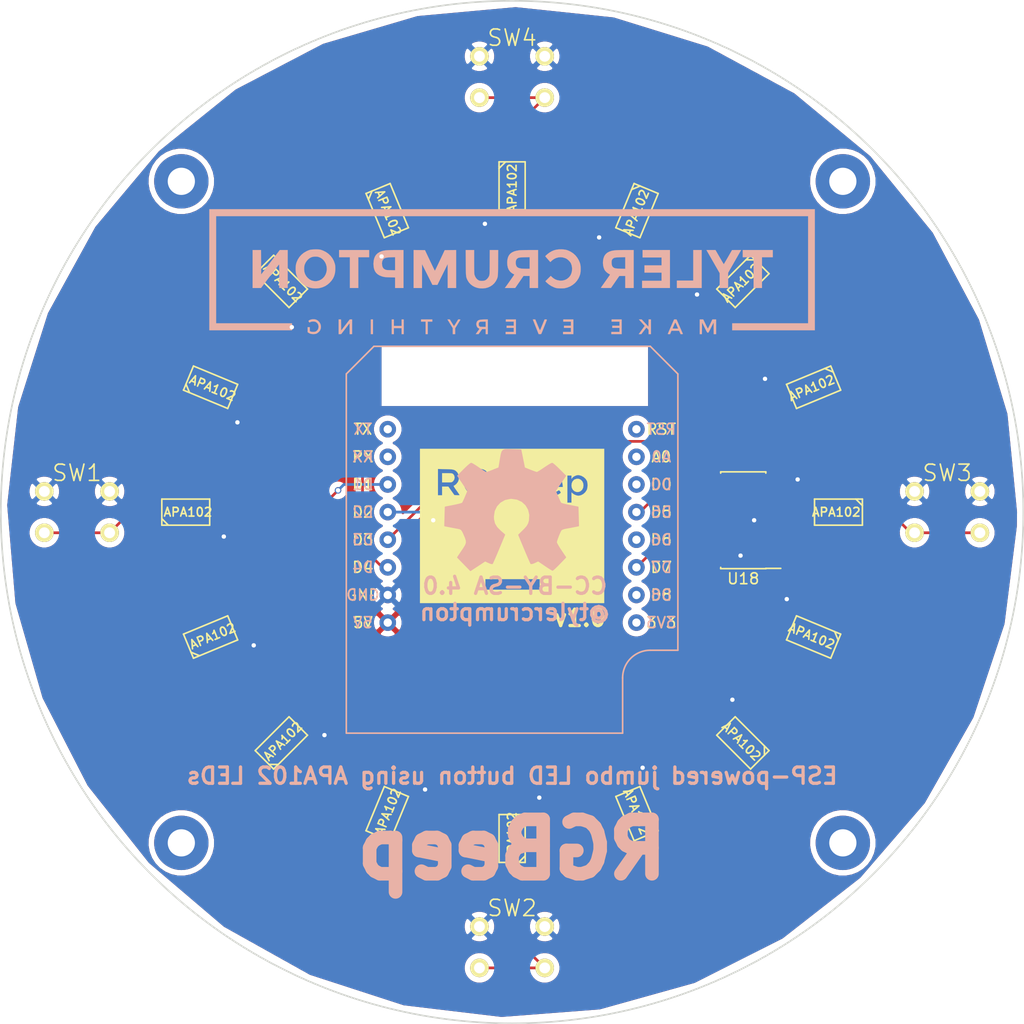
<source format=kicad_pcb>
(kicad_pcb (version 4) (host pcbnew 4.0.3-stable)
  (layers (0 F.Cu signal hide) (31 B.Cu signal hide) (34 B.Paste user) (35 F.Paste user) (36 B.SilkS user) (37 F.SilkS user hide) (38 B.Mask user) (39 F.Mask user) (44 Edge.Cuts user))
  (net 0 "")
  (net 1 GND)
  (net 2 "Net-(U1-Pad5)")
  (net 3 "Net-(U1-Pad6)")
  (net 4 "Net-(U2-Pad5)")
  (net 5 "Net-(U2-Pad6)")
  (net 6 "Net-(U3-Pad5)")
  (net 7 "Net-(U3-Pad6)")
  (net 8 "Net-(U4-Pad5)")
  (net 9 "Net-(U4-Pad6)")
  (net 10 "Net-(U5-Pad5)")
  (net 11 "Net-(U5-Pad6)")
  (net 12 "Net-(U6-Pad5)")
  (net 13 "Net-(U6-Pad6)")
  (net 14 "Net-(U7-Pad5)")
  (net 15 "Net-(U7-Pad6)")
  (net 16 "Net-(U8-Pad5)")
  (net 17 "Net-(U8-Pad6)")
  (net 18 "Net-(U10-Pad2)")
  (net 19 "Net-(U10-Pad1)")
  (net 20 "Net-(U10-Pad5)")
  (net 21 "Net-(U10-Pad6)")
  (net 22 "Net-(U11-Pad5)")
  (net 23 "Net-(U11-Pad6)")
  (net 24 "Net-(U12-Pad5)")
  (net 25 "Net-(U12-Pad6)")
  (net 26 "Net-(U13-Pad5)")
  (net 27 "Net-(U13-Pad6)")
  (net 28 "Net-(U14-Pad5)")
  (net 29 "Net-(U14-Pad6)")
  (net 30 "Net-(U15-Pad5)")
  (net 31 "Net-(U15-Pad6)")
  (net 32 D1)
  (net 33 D2)
  (net 34 D3)
  (net 35 D4)
  (net 36 5V)
  (net 37 CLK_5v)
  (net 38 MOSI_5v)
  (net 39 CLK_3v3)
  (net 40 MOSI_3v3)
  (module CrumpPrints:APA102 (layer F.Cu) (at 178.5011 105.0036 180)
    (fp_text reference U1 hide)
    (fp_text value APA102 (at 0.2 0 180) (layer F.SilkS) (effects (font (size 0.8 0.8))))
    (pad 3 smd rect (at 1.6 2.2 270) (size 1.4 1.4) (layers F.Cu F.Paste F.Mask) (net 1 GND))
    (pad 4 smd rect (at 1.6 -2.2 270) (size 1.4 1.4) (layers F.Cu F.Paste F.Mask) (net 36 5V))
    (pad 5 smd rect (at 0 -2.2 270) (size 1.4 1.3) (layers F.Cu F.Paste F.Mask) (net 2 "Net-(U1-Pad5)"))
    (pad 2 smd rect (at 0 2.2 270) (size 1.4 1.3) (layers F.Cu F.Paste F.Mask) (net 37 CLK_5v))
    (pad 1 smd rect (at -1.6 2.2 270) (size 1.4 1.4) (layers F.Cu F.Paste F.Mask) (net 38 MOSI_5v))
    (pad 6 smd rect (at -1.6 -2.2 270) (size 1.4 1.4) (layers F.Cu F.Paste F.Mask) (net 3 "Net-(U1-Pad6)"))
  )
  (module CrumpPrints:APA102 (layer F.Cu) (at 176.217485 116.484102 157.5)
    (fp_text reference U2 hide)
    (fp_text value APA102 (at 0.2 0 157.5) (layer F.SilkS) (effects (font (size 0.8 0.8))))
    (pad 3 smd rect (at 1.6 2.2 247.5) (size 1.4 1.4) (layers F.Cu F.Paste F.Mask) (net 1 GND))
    (pad 4 smd rect (at 1.6 -2.2 247.5) (size 1.4 1.4) (layers F.Cu F.Paste F.Mask) (net 36 5V))
    (pad 5 smd rect (at 0 -2.2 247.5) (size 1.4 1.3) (layers F.Cu F.Paste F.Mask) (net 4 "Net-(U2-Pad5)"))
    (pad 2 smd rect (at 0 2.2 247.5) (size 1.4 1.3) (layers F.Cu F.Paste F.Mask) (net 2 "Net-(U1-Pad5)"))
    (pad 1 smd rect (at -1.6 2.2 247.5) (size 1.4 1.4) (layers F.Cu F.Paste F.Mask) (net 3 "Net-(U1-Pad6)"))
    (pad 6 smd rect (at -1.6 -2.2 247.5) (size 1.4 1.4) (layers F.Cu F.Paste F.Mask) (net 5 "Net-(U2-Pad6)"))
  )
  (module CrumpPrints:APA102 (layer F.Cu) (at 169.714303 126.216803 135)
    (fp_text reference U3 hide)
    (fp_text value APA102 (at 0.2 0 135) (layer F.SilkS) (effects (font (size 0.8 0.8))))
    (pad 3 smd rect (at 1.6 2.2 225) (size 1.4 1.4) (layers F.Cu F.Paste F.Mask) (net 1 GND))
    (pad 4 smd rect (at 1.6 -2.2 225) (size 1.4 1.4) (layers F.Cu F.Paste F.Mask) (net 36 5V))
    (pad 5 smd rect (at 0 -2.2 225) (size 1.4 1.3) (layers F.Cu F.Paste F.Mask) (net 6 "Net-(U3-Pad5)"))
    (pad 2 smd rect (at 0 2.2 225) (size 1.4 1.3) (layers F.Cu F.Paste F.Mask) (net 4 "Net-(U2-Pad5)"))
    (pad 1 smd rect (at -1.6 2.2 225) (size 1.4 1.4) (layers F.Cu F.Paste F.Mask) (net 5 "Net-(U2-Pad6)"))
    (pad 6 smd rect (at -1.6 -2.2 225) (size 1.4 1.4) (layers F.Cu F.Paste F.Mask) (net 7 "Net-(U3-Pad6)"))
  )
  (module CrumpPrints:APA102 (layer F.Cu) (at 159.981602 132.719985 112.5)
    (fp_text reference U4 hide)
    (fp_text value APA102 (at 0.2 0 112.5) (layer F.SilkS) (effects (font (size 0.8 0.8))))
    (pad 3 smd rect (at 1.6 2.2 202.5) (size 1.4 1.4) (layers F.Cu F.Paste F.Mask) (net 1 GND))
    (pad 4 smd rect (at 1.6 -2.2 202.5) (size 1.4 1.4) (layers F.Cu F.Paste F.Mask) (net 36 5V))
    (pad 5 smd rect (at 0 -2.2 202.5) (size 1.4 1.3) (layers F.Cu F.Paste F.Mask) (net 8 "Net-(U4-Pad5)"))
    (pad 2 smd rect (at 0 2.2 202.5) (size 1.4 1.3) (layers F.Cu F.Paste F.Mask) (net 6 "Net-(U3-Pad5)"))
    (pad 1 smd rect (at -1.6 2.2 202.5) (size 1.4 1.4) (layers F.Cu F.Paste F.Mask) (net 7 "Net-(U3-Pad6)"))
    (pad 6 smd rect (at -1.6 -2.2 202.5) (size 1.4 1.4) (layers F.Cu F.Paste F.Mask) (net 9 "Net-(U4-Pad6)"))
  )
  (module CrumpPrints:APA102 (layer F.Cu) (at 148.5011 135.0036 90)
    (fp_text reference U5 hide)
    (fp_text value APA102 (at 0.2 0 90) (layer F.SilkS) (effects (font (size 0.8 0.8))))
    (pad 3 smd rect (at 1.6 2.2 180) (size 1.4 1.4) (layers F.Cu F.Paste F.Mask) (net 1 GND))
    (pad 4 smd rect (at 1.6 -2.2 180) (size 1.4 1.4) (layers F.Cu F.Paste F.Mask) (net 36 5V))
    (pad 5 smd rect (at 0 -2.2 180) (size 1.4 1.3) (layers F.Cu F.Paste F.Mask) (net 10 "Net-(U5-Pad5)"))
    (pad 2 smd rect (at 0 2.2 180) (size 1.4 1.3) (layers F.Cu F.Paste F.Mask) (net 8 "Net-(U4-Pad5)"))
    (pad 1 smd rect (at -1.6 2.2 180) (size 1.4 1.4) (layers F.Cu F.Paste F.Mask) (net 9 "Net-(U4-Pad6)"))
    (pad 6 smd rect (at -1.6 -2.2 180) (size 1.4 1.4) (layers F.Cu F.Paste F.Mask) (net 11 "Net-(U5-Pad6)"))
  )
  (module CrumpPrints:APA102 (layer F.Cu) (at 137.020598 132.719985 67.5)
    (fp_text reference U6 hide)
    (fp_text value APA102 (at 0.2 0 67.5) (layer F.SilkS) (effects (font (size 0.8 0.8))))
    (pad 3 smd rect (at 1.6 2.2 157.5) (size 1.4 1.4) (layers F.Cu F.Paste F.Mask) (net 1 GND))
    (pad 4 smd rect (at 1.6 -2.2 157.5) (size 1.4 1.4) (layers F.Cu F.Paste F.Mask) (net 36 5V))
    (pad 5 smd rect (at 0 -2.2 157.5) (size 1.4 1.3) (layers F.Cu F.Paste F.Mask) (net 12 "Net-(U6-Pad5)"))
    (pad 2 smd rect (at 0 2.2 157.5) (size 1.4 1.3) (layers F.Cu F.Paste F.Mask) (net 10 "Net-(U5-Pad5)"))
    (pad 1 smd rect (at -1.6 2.2 157.5) (size 1.4 1.4) (layers F.Cu F.Paste F.Mask) (net 11 "Net-(U5-Pad6)"))
    (pad 6 smd rect (at -1.6 -2.2 157.5) (size 1.4 1.4) (layers F.Cu F.Paste F.Mask) (net 13 "Net-(U6-Pad6)"))
  )
  (module CrumpPrints:APA102 (layer F.Cu) (at 127.287897 126.216803 45)
    (fp_text reference U7 hide)
    (fp_text value APA102 (at 0.2 0 45) (layer F.SilkS) (effects (font (size 0.8 0.8))))
    (pad 3 smd rect (at 1.6 2.2 135) (size 1.4 1.4) (layers F.Cu F.Paste F.Mask) (net 1 GND))
    (pad 4 smd rect (at 1.6 -2.2 135) (size 1.4 1.4) (layers F.Cu F.Paste F.Mask) (net 36 5V))
    (pad 5 smd rect (at 0 -2.2 135) (size 1.4 1.3) (layers F.Cu F.Paste F.Mask) (net 14 "Net-(U7-Pad5)"))
    (pad 2 smd rect (at 0 2.2 135) (size 1.4 1.3) (layers F.Cu F.Paste F.Mask) (net 12 "Net-(U6-Pad5)"))
    (pad 1 smd rect (at -1.6 2.2 135) (size 1.4 1.4) (layers F.Cu F.Paste F.Mask) (net 13 "Net-(U6-Pad6)"))
    (pad 6 smd rect (at -1.6 -2.2 135) (size 1.4 1.4) (layers F.Cu F.Paste F.Mask) (net 15 "Net-(U7-Pad6)"))
  )
  (module CrumpPrints:APA102 (layer F.Cu) (at 120.784715 116.484102 22.5)
    (fp_text reference U8 hide)
    (fp_text value APA102 (at 0.2 0 22.5) (layer F.SilkS) (effects (font (size 0.8 0.8))))
    (pad 3 smd rect (at 1.6 2.2 112.5) (size 1.4 1.4) (layers F.Cu F.Paste F.Mask) (net 1 GND))
    (pad 4 smd rect (at 1.6 -2.2 112.5) (size 1.4 1.4) (layers F.Cu F.Paste F.Mask) (net 36 5V))
    (pad 5 smd rect (at 0 -2.2 112.5) (size 1.4 1.3) (layers F.Cu F.Paste F.Mask) (net 16 "Net-(U8-Pad5)"))
    (pad 2 smd rect (at 0 2.2 112.5) (size 1.4 1.3) (layers F.Cu F.Paste F.Mask) (net 14 "Net-(U7-Pad5)"))
    (pad 1 smd rect (at -1.6 2.2 112.5) (size 1.4 1.4) (layers F.Cu F.Paste F.Mask) (net 15 "Net-(U7-Pad6)"))
    (pad 6 smd rect (at -1.6 -2.2 112.5) (size 1.4 1.4) (layers F.Cu F.Paste F.Mask) (net 17 "Net-(U8-Pad6)"))
  )
  (module CrumpPrints:APA102 (layer F.Cu) (at 118.5011 105.0036)
    (fp_text reference U9 hide)
    (fp_text value APA102 (at 0.2 0) (layer F.SilkS) (effects (font (size 0.8 0.8))))
    (pad 3 smd rect (at 1.6 2.2 90) (size 1.4 1.4) (layers F.Cu F.Paste F.Mask) (net 1 GND))
    (pad 4 smd rect (at 1.6 -2.2 90) (size 1.4 1.4) (layers F.Cu F.Paste F.Mask) (net 36 5V))
    (pad 5 smd rect (at 0 -2.2 90) (size 1.4 1.3) (layers F.Cu F.Paste F.Mask) (net 18 "Net-(U10-Pad2)"))
    (pad 2 smd rect (at 0 2.2 90) (size 1.4 1.3) (layers F.Cu F.Paste F.Mask) (net 16 "Net-(U8-Pad5)"))
    (pad 1 smd rect (at -1.6 2.2 90) (size 1.4 1.4) (layers F.Cu F.Paste F.Mask) (net 17 "Net-(U8-Pad6)"))
    (pad 6 smd rect (at -1.6 -2.2 90) (size 1.4 1.4) (layers F.Cu F.Paste F.Mask) (net 19 "Net-(U10-Pad1)"))
  )
  (module CrumpPrints:APA102 (layer F.Cu) (at 120.784715 93.523098 337.5)
    (fp_text reference U10 hide)
    (fp_text value APA102 (at 0.2 0 337.5) (layer F.SilkS) (effects (font (size 0.8 0.8))))
    (pad 3 smd rect (at 1.6 2.2 67.5) (size 1.4 1.4) (layers F.Cu F.Paste F.Mask) (net 1 GND))
    (pad 4 smd rect (at 1.6 -2.2 67.5) (size 1.4 1.4) (layers F.Cu F.Paste F.Mask) (net 36 5V))
    (pad 5 smd rect (at 0 -2.2 67.5) (size 1.4 1.3) (layers F.Cu F.Paste F.Mask) (net 20 "Net-(U10-Pad5)"))
    (pad 2 smd rect (at 0 2.2 67.5) (size 1.4 1.3) (layers F.Cu F.Paste F.Mask) (net 18 "Net-(U10-Pad2)"))
    (pad 1 smd rect (at -1.6 2.2 67.5) (size 1.4 1.4) (layers F.Cu F.Paste F.Mask) (net 19 "Net-(U10-Pad1)"))
    (pad 6 smd rect (at -1.6 -2.2 67.5) (size 1.4 1.4) (layers F.Cu F.Paste F.Mask) (net 21 "Net-(U10-Pad6)"))
  )
  (module CrumpPrints:APA102 (layer F.Cu) (at 127.287897 83.790397 315)
    (fp_text reference U11 hide)
    (fp_text value APA102 (at 0.2 0 315) (layer F.SilkS) (effects (font (size 0.8 0.8))))
    (pad 3 smd rect (at 1.6 2.2 45) (size 1.4 1.4) (layers F.Cu F.Paste F.Mask) (net 1 GND))
    (pad 4 smd rect (at 1.6 -2.2 45) (size 1.4 1.4) (layers F.Cu F.Paste F.Mask) (net 36 5V))
    (pad 5 smd rect (at 0 -2.2 45) (size 1.4 1.3) (layers F.Cu F.Paste F.Mask) (net 22 "Net-(U11-Pad5)"))
    (pad 2 smd rect (at 0 2.2 45) (size 1.4 1.3) (layers F.Cu F.Paste F.Mask) (net 20 "Net-(U10-Pad5)"))
    (pad 1 smd rect (at -1.6 2.2 45) (size 1.4 1.4) (layers F.Cu F.Paste F.Mask) (net 21 "Net-(U10-Pad6)"))
    (pad 6 smd rect (at -1.6 -2.2 45) (size 1.4 1.4) (layers F.Cu F.Paste F.Mask) (net 23 "Net-(U11-Pad6)"))
  )
  (module CrumpPrints:APA102 (layer F.Cu) (at 137.020598 77.287215 292.5)
    (fp_text reference U12 hide)
    (fp_text value APA102 (at 0.2 0 292.5) (layer F.SilkS) (effects (font (size 0.8 0.8))))
    (pad 3 smd rect (at 1.6 2.2 22.5) (size 1.4 1.4) (layers F.Cu F.Paste F.Mask) (net 1 GND))
    (pad 4 smd rect (at 1.6 -2.2 22.5) (size 1.4 1.4) (layers F.Cu F.Paste F.Mask) (net 36 5V))
    (pad 5 smd rect (at 0 -2.2 22.5) (size 1.4 1.3) (layers F.Cu F.Paste F.Mask) (net 24 "Net-(U12-Pad5)"))
    (pad 2 smd rect (at 0 2.2 22.5) (size 1.4 1.3) (layers F.Cu F.Paste F.Mask) (net 22 "Net-(U11-Pad5)"))
    (pad 1 smd rect (at -1.6 2.2 22.5) (size 1.4 1.4) (layers F.Cu F.Paste F.Mask) (net 23 "Net-(U11-Pad6)"))
    (pad 6 smd rect (at -1.6 -2.2 22.5) (size 1.4 1.4) (layers F.Cu F.Paste F.Mask) (net 25 "Net-(U12-Pad6)"))
  )
  (module CrumpPrints:APA102 (layer F.Cu) (at 148.5011 75.0036 270)
    (fp_text reference U13 hide)
    (fp_text value APA102 (at 0.2 0 270) (layer F.SilkS) (effects (font (size 0.8 0.8))))
    (pad 3 smd rect (at 1.6 2.2) (size 1.4 1.4) (layers F.Cu F.Paste F.Mask) (net 1 GND))
    (pad 4 smd rect (at 1.6 -2.2) (size 1.4 1.4) (layers F.Cu F.Paste F.Mask) (net 36 5V))
    (pad 5 smd rect (at 0 -2.2) (size 1.4 1.3) (layers F.Cu F.Paste F.Mask) (net 26 "Net-(U13-Pad5)"))
    (pad 2 smd rect (at 0 2.2) (size 1.4 1.3) (layers F.Cu F.Paste F.Mask) (net 24 "Net-(U12-Pad5)"))
    (pad 1 smd rect (at -1.6 2.2) (size 1.4 1.4) (layers F.Cu F.Paste F.Mask) (net 25 "Net-(U12-Pad6)"))
    (pad 6 smd rect (at -1.6 -2.2) (size 1.4 1.4) (layers F.Cu F.Paste F.Mask) (net 27 "Net-(U13-Pad6)"))
  )
  (module CrumpPrints:APA102 (layer F.Cu) (at 159.981602 77.287215 247.5)
    (fp_text reference U14 hide)
    (fp_text value APA102 (at 0.2 0 247.5) (layer F.SilkS) (effects (font (size 0.8 0.8))))
    (pad 3 smd rect (at 1.6 2.2 337.5) (size 1.4 1.4) (layers F.Cu F.Paste F.Mask) (net 1 GND))
    (pad 4 smd rect (at 1.6 -2.2 337.5) (size 1.4 1.4) (layers F.Cu F.Paste F.Mask) (net 36 5V))
    (pad 5 smd rect (at 0 -2.2 337.5) (size 1.4 1.3) (layers F.Cu F.Paste F.Mask) (net 28 "Net-(U14-Pad5)"))
    (pad 2 smd rect (at 0 2.2 337.5) (size 1.4 1.3) (layers F.Cu F.Paste F.Mask) (net 26 "Net-(U13-Pad5)"))
    (pad 1 smd rect (at -1.6 2.2 337.5) (size 1.4 1.4) (layers F.Cu F.Paste F.Mask) (net 27 "Net-(U13-Pad6)"))
    (pad 6 smd rect (at -1.6 -2.2 337.5) (size 1.4 1.4) (layers F.Cu F.Paste F.Mask) (net 29 "Net-(U14-Pad6)"))
  )
  (module CrumpPrints:APA102 (layer F.Cu) (at 169.714303 83.790397 225)
    (fp_text reference U15 hide)
    (fp_text value APA102 (at 0.2 0 225) (layer F.SilkS) (effects (font (size 0.8 0.8))))
    (pad 3 smd rect (at 1.6 2.2 315) (size 1.4 1.4) (layers F.Cu F.Paste F.Mask) (net 1 GND))
    (pad 4 smd rect (at 1.6 -2.2 315) (size 1.4 1.4) (layers F.Cu F.Paste F.Mask) (net 36 5V))
    (pad 5 smd rect (at 0 -2.2 315) (size 1.4 1.3) (layers F.Cu F.Paste F.Mask) (net 30 "Net-(U15-Pad5)"))
    (pad 2 smd rect (at 0 2.2 315) (size 1.4 1.3) (layers F.Cu F.Paste F.Mask) (net 28 "Net-(U14-Pad5)"))
    (pad 1 smd rect (at -1.6 2.2 315) (size 1.4 1.4) (layers F.Cu F.Paste F.Mask) (net 29 "Net-(U14-Pad6)"))
    (pad 6 smd rect (at -1.6 -2.2 315) (size 1.4 1.4) (layers F.Cu F.Paste F.Mask) (net 31 "Net-(U15-Pad6)"))
  )
  (module CrumpPrints:APA102 (layer F.Cu) (at 176.217485 93.523098 202.5)
    (fp_text reference U16 hide)
    (fp_text value APA102 (at 0.2 0 202.5) (layer F.SilkS) (effects (font (size 0.8 0.8))))
    (pad 3 smd rect (at 1.6 2.2 292.5) (size 1.4 1.4) (layers F.Cu F.Paste F.Mask) (net 1 GND))
    (pad 4 smd rect (at 1.6 -2.2 292.5) (size 1.4 1.4) (layers F.Cu F.Paste F.Mask) (net 36 5V))
    (pad 5 smd rect (at 0 -2.2 292.5) (size 1.4 1.3) (layers F.Cu F.Paste F.Mask))
    (pad 2 smd rect (at 0 2.2 292.5) (size 1.4 1.3) (layers F.Cu F.Paste F.Mask) (net 30 "Net-(U15-Pad5)"))
    (pad 1 smd rect (at -1.6 2.2 292.5) (size 1.4 1.4) (layers F.Cu F.Paste F.Mask) (net 31 "Net-(U15-Pad6)"))
    (pad 6 smd rect (at -1.6 -2.2 292.5) (size 1.4 1.4) (layers F.Cu F.Paste F.Mask))
  )
  (module CrumpPrints:6x6mm_pushbutton (layer F.Cu) (at 108.5 105 180)
    (fp_text reference SW1 (at 0 3.6 180) (layer F.SilkS) (effects (font (size 1.5 1.5))))
    (fp_text value SW_PUSH hide)
    (pad 2 thru_hole circle (at 3 1.9 180) (size 1.7 1.7) (drill 1) (layers *.Cu *.Mask F.SilkS) (net 1 GND))
    (pad 2 thru_hole circle (at -3 1.9 180) (size 1.7 1.7) (drill 1) (layers *.Cu *.Mask F.SilkS) (net 1 GND))
    (pad 1 thru_hole circle (at -3 -1.9 180) (size 1.7 1.7) (drill 1) (layers *.Cu *.Mask F.SilkS) (net 32 D1))
    (pad 1 thru_hole circle (at 3 -1.9 180) (size 1.7 1.7) (drill 1) (layers *.Cu *.Mask F.SilkS) (net 32 D1))
  )
  (module CrumpPrints:6x6mm_pushbutton (layer F.Cu) (at 148.5 145 180)
    (fp_text reference SW2 (at 0 3.6 180) (layer F.SilkS) (effects (font (size 1.5 1.5))))
    (fp_text value SW_PUSH hide)
    (pad 2 thru_hole circle (at 3 1.9 180) (size 1.7 1.7) (drill 1) (layers *.Cu *.Mask F.SilkS) (net 1 GND))
    (pad 2 thru_hole circle (at -3 1.9 180) (size 1.7 1.7) (drill 1) (layers *.Cu *.Mask F.SilkS) (net 1 GND))
    (pad 1 thru_hole circle (at -3 -1.9 180) (size 1.7 1.7) (drill 1) (layers *.Cu *.Mask F.SilkS) (net 33 D2))
    (pad 1 thru_hole circle (at 3 -1.9 180) (size 1.7 1.7) (drill 1) (layers *.Cu *.Mask F.SilkS) (net 33 D2))
  )
  (module CrumpPrints:6x6mm_pushbutton (layer F.Cu) (at 188.5 105 180)
    (fp_text reference SW3 (at 0 3.6 180) (layer F.SilkS) (effects (font (size 1.5 1.5))))
    (fp_text value SW_PUSH hide)
    (pad 2 thru_hole circle (at 3 1.9 180) (size 1.7 1.7) (drill 1) (layers *.Cu *.Mask F.SilkS) (net 1 GND))
    (pad 2 thru_hole circle (at -3 1.9 180) (size 1.7 1.7) (drill 1) (layers *.Cu *.Mask F.SilkS) (net 1 GND))
    (pad 1 thru_hole circle (at -3 -1.9 180) (size 1.7 1.7) (drill 1) (layers *.Cu *.Mask F.SilkS) (net 34 D3))
    (pad 1 thru_hole circle (at 3 -1.9 180) (size 1.7 1.7) (drill 1) (layers *.Cu *.Mask F.SilkS) (net 34 D3))
  )
  (module CrumpPrints:6x6mm_pushbutton (layer F.Cu) (at 148.5 65 180)
    (fp_text reference SW4 (at 0 3.6 180) (layer F.SilkS) (effects (font (size 1.5 1.5))))
    (fp_text value SW_PUSH hide)
    (pad 2 thru_hole circle (at 3 1.9 180) (size 1.7 1.7) (drill 1) (layers *.Cu *.Mask F.SilkS) (net 1 GND))
    (pad 2 thru_hole circle (at -3 1.9 180) (size 1.7 1.7) (drill 1) (layers *.Cu *.Mask F.SilkS) (net 1 GND))
    (pad 1 thru_hole circle (at -3 -1.9 180) (size 1.7 1.7) (drill 1) (layers *.Cu *.Mask F.SilkS) (net 35 D4))
    (pad 1 thru_hole circle (at 3 -1.9 180) (size 1.7 1.7) (drill 1) (layers *.Cu *.Mask F.SilkS) (net 35 D4))
  )
  (module CrumpPrints:D1_mini (layer B.Cu) (at 148.5 105 180)
    (fp_text reference U17 hide)
    (fp_text value Wemos_D1_Mini)
    (fp_text user RST (at -13.716 7.62 180) (layer F.SilkS))
    (fp_text user A0 (at -13.716 5.08 180) (layer F.SilkS))
    (fp_text user D0 (at -13.716 2.54 180) (layer F.SilkS))
    (fp_text user D5 (at -13.716 0 180) (layer F.SilkS))
    (fp_text user D6 (at -13.716 -2.54 180) (layer F.SilkS))
    (fp_text user D7 (at -13.716 -5.08 180) (layer F.SilkS))
    (fp_text user D8 (at -13.716 -7.62 180) (layer F.SilkS))
    (fp_text user 3V3 (at -13.716 -10.16 180) (layer F.SilkS))
    (fp_text user 5V (at 13.716 -10.16 180) (layer F.SilkS))
    (fp_text user GND (at 13.716 -7.62 180) (layer F.SilkS))
    (fp_text user D4 (at 13.716 -5.08 180) (layer F.SilkS))
    (fp_text user D3 (at 13.716 -2.54 180) (layer F.SilkS))
    (fp_text user D2 (at 13.716 0 180) (layer F.SilkS))
    (fp_text user D1 (at 13.716 2.54 180) (layer F.SilkS))
    (fp_text user RX (at 13.716 5.08 180) (layer F.SilkS))
    (fp_text user TX (at 13.716 7.62 180) (layer F.SilkS))
    (fp_text user TX (at 13.716 7.62 180) (layer B.SilkS) (effects (justify mirror)))
    (fp_text user RX (at 13.716 5.08 180) (layer B.SilkS) (effects (justify mirror)))
    (fp_text user D1 (at 13.716 2.54 180) (layer B.SilkS) (effects (justify mirror)))
    (fp_text user D2 (at 13.716 0 180) (layer B.SilkS) (effects (justify mirror)))
    (fp_text user D3 (at 13.716 -2.54 180) (layer B.SilkS) (effects (justify mirror)))
    (fp_text user D4 (at 13.716 -5.08 180) (layer B.SilkS) (effects (justify mirror)))
    (fp_text user GND (at 13.716 -7.62 180) (layer B.SilkS) (effects (justify mirror)))
    (fp_text user 5V (at 13.716 -10.16 180) (layer B.SilkS) (effects (justify mirror)))
    (fp_text user 3V3 (at -13.716 -10.16 180) (layer B.SilkS) (effects (justify mirror)))
    (fp_text user D8 (at -13.716 -7.62 180) (layer B.SilkS) (effects (justify mirror)))
    (fp_text user D7 (at -13.716 -5.08 180) (layer B.SilkS) (effects (justify mirror)))
    (fp_text user D6 (at -13.716 -2.54 180) (layer B.SilkS) (effects (justify mirror)))
    (fp_text user D5 (at -13.716 0 180) (layer B.SilkS) (effects (justify mirror)))
    (fp_text user D0 (at -13.716 2.54 180) (layer B.SilkS) (effects (justify mirror)))
    (fp_text user A0 (at -13.716 5.08 180) (layer B.SilkS) (effects (justify mirror)))
    (fp_text user RST (at -13.716 7.62 180) (layer B.SilkS) (effects (justify mirror)))
    (pad 1 thru_hole circle (at -11.43 7.62 180) (size 1.524 1.524) (drill 0.762) (layers *.Cu *.Mask))
    (pad 2 thru_hole circle (at -11.43 5.08 180) (size 1.524 1.524) (drill 0.762) (layers *.Cu *.Mask))
    (pad 3 thru_hole circle (at -11.43 2.54 180) (size 1.524 1.524) (drill 0.762) (layers *.Cu *.Mask))
    (pad 4 thru_hole circle (at -11.43 0 180) (size 1.524 1.524) (drill 0.762) (layers *.Cu *.Mask) (net 39 CLK_3v3))
    (pad 5 thru_hole circle (at -11.43 -2.54 180) (size 1.524 1.524) (drill 0.762) (layers *.Cu *.Mask))
    (pad 6 thru_hole circle (at -11.43 -5.08 180) (size 1.524 1.524) (drill 0.762) (layers *.Cu *.Mask) (net 40 MOSI_3v3))
    (pad 7 thru_hole circle (at -11.43 -7.62 180) (size 1.524 1.524) (drill 0.762) (layers *.Cu *.Mask))
    (pad 8 thru_hole circle (at -11.43 -10.16 180) (size 1.524 1.524) (drill 0.762) (layers *.Cu *.Mask))
    (pad 9 thru_hole circle (at 11.43 -10.16 180) (size 1.524 1.524) (drill 0.762) (layers *.Cu *.Mask) (net 36 5V))
    (pad 10 thru_hole circle (at 11.43 -7.62 180) (size 1.524 1.524) (drill 0.762) (layers *.Cu *.Mask) (net 1 GND))
    (pad 11 thru_hole circle (at 11.43 -5.08 180) (size 1.524 1.524) (drill 0.762) (layers *.Cu *.Mask) (net 35 D4))
    (pad 12 thru_hole circle (at 11.43 -2.54 180) (size 1.524 1.524) (drill 0.762) (layers *.Cu *.Mask) (net 34 D3))
    (pad 13 thru_hole circle (at 11.43 0 180) (size 1.524 1.524) (drill 0.762) (layers *.Cu *.Mask) (net 33 D2))
    (pad 14 thru_hole circle (at 11.43 2.54 180) (size 1.524 1.524) (drill 0.762) (layers *.Cu *.Mask) (net 32 D1))
    (pad 15 thru_hole circle (at 11.43 5.08 180) (size 1.524 1.524) (drill 0.762) (layers *.Cu *.Mask))
    (pad 16 thru_hole circle (at 11.43 7.62 180) (size 1.524 1.524) (drill 0.762) (layers *.Cu *.Mask))
  )
  (module Housings_SOIC:SOIC-14_3.9x8.7mm_Pitch1.27mm (layer F.Cu) (at 169.75 105.75 180)
    (fp_text reference U18 (at 0 -5.375 180) (layer F.SilkS))
    (fp_text value SN74AHCT125)
    (pad 1 smd rect (at -2.7 -3.81 180) (size 1.5 0.6) (layers F.Cu F.Paste F.Mask) (net 1 GND))
    (pad 2 smd rect (at -2.7 -2.54 180) (size 1.5 0.6) (layers F.Cu F.Paste F.Mask) (net 40 MOSI_3v3))
    (pad 3 smd rect (at -2.7 -1.27 180) (size 1.5 0.6) (layers F.Cu F.Paste F.Mask) (net 38 MOSI_5v))
    (pad 4 smd rect (at -2.7 0 180) (size 1.5 0.6) (layers F.Cu F.Paste F.Mask) (net 1 GND))
    (pad 5 smd rect (at -2.7 1.27 180) (size 1.5 0.6) (layers F.Cu F.Paste F.Mask) (net 39 CLK_3v3))
    (pad 6 smd rect (at -2.7 2.54 180) (size 1.5 0.6) (layers F.Cu F.Paste F.Mask) (net 37 CLK_5v))
    (pad 7 smd rect (at -2.7 3.81 180) (size 1.5 0.6) (layers F.Cu F.Paste F.Mask) (net 1 GND))
    (pad 8 smd rect (at 2.7 3.81 180) (size 1.5 0.6) (layers F.Cu F.Paste F.Mask))
    (pad 9 smd rect (at 2.7 2.54 180) (size 1.5 0.6) (layers F.Cu F.Paste F.Mask))
    (pad 10 smd rect (at 2.7 1.27 180) (size 1.5 0.6) (layers F.Cu F.Paste F.Mask))
    (pad 11 smd rect (at 2.7 0 180) (size 1.5 0.6) (layers F.Cu F.Paste F.Mask))
    (pad 12 smd rect (at 2.7 -1.27 180) (size 1.5 0.6) (layers F.Cu F.Paste F.Mask))
    (pad 13 smd rect (at 2.7 -2.54 180) (size 1.5 0.6) (layers F.Cu F.Paste F.Mask))
    (pad 14 smd rect (at 2.7 -3.81 180) (size 1.5 0.6) (layers F.Cu F.Paste F.Mask) (net 36 5V))
  )
  (module ProjectSpecific:rgbeep_logo (layer F.Cu) (at 148.5 106.25)
    (fp_text reference G*** hide)
    (fp_text value LOGO hide)
  )
  (module CrumpPrintSymbols:Symbol_OSHW-Logo_12.5mm_NoText_Silkscreen (layer B.Cu) (at 148.5 104.75 180)
    (fp_text reference G*** hide)
    (fp_text value LOGO hide)
  )
  (module Mounting_Holes:MountingHole_2.5mm_Pad (layer F.Cu) (at 178.905591 135.405591)
    (fp_text reference REF** hide)
    (fp_text value MountingHole_2.5mm_Pad)
    (pad 1 thru_hole circle (at 0 0) (size 5 5) (drill 2.5) (layers *.Cu *.Mask))
  )
  (module Mounting_Holes:MountingHole_2.5mm_Pad (layer F.Cu) (at 118.094409 135.405591)
    (fp_text reference REF** hide)
    (fp_text value MountingHole_2.5mm_Pad)
    (pad 1 thru_hole circle (at 0 0) (size 5 5) (drill 2.5) (layers *.Cu *.Mask))
  )
  (module Mounting_Holes:MountingHole_2.5mm_Pad (layer F.Cu) (at 118.094409 74.594409)
    (fp_text reference REF** hide)
    (fp_text value MountingHole_2.5mm_Pad)
    (pad 1 thru_hole circle (at 0 0) (size 5 5) (drill 2.5) (layers *.Cu *.Mask))
  )
  (module Mounting_Holes:MountingHole_2.5mm_Pad (layer F.Cu) (at 178.905591 74.594409)
    (fp_text reference REF** hide)
    (fp_text value MountingHole_2.5mm_Pad)
    (pad 1 thru_hole circle (at 0 0) (size 5 5) (drill 2.5) (layers *.Cu *.Mask))
  )
  (module CrumpPrintSymbols:tc_wide_60mm (layer B.Cu) (at 148.5 83.25 180)
    (fp_text reference G*** hide)
    (fp_text value LOGO hide)
  )
  (gr_text "ESP-powered jumbo LED button using APA102 LEDs" (at 148.5 129.25) (layer B.SilkS) (effects (font (size 1.5 1.5) (thickness 0.3)) (justify mirror)))
  (gr_text RGBeep (at 148.5 136) (layer B.SilkS) (effects (font (size 5 5) (thickness 1.25)) (justify mirror)))
  (gr_text "CC-BY-SA 4.0\n@tylercrumpton" (at 148.75 113) (layer B.SilkS) (effects (font (size 1.5 1.5) (thickness 0.3)) (justify mirror)))
  (gr_text v1.0 (at 154.75 114.75) (layer F.SilkS) (effects (font (size 1.5 1.5) (thickness 0.3))))
  (gr_circle (center 148.5 105) (end 195.5 105) (layer Edge.Cuts) (width 0.15))
  (segment (start 173.897374 92.102857) (end 172.397143 92.102857) (width 0.25) (layer F.Cu) (net 1))
  (via (at 171.75 92.75) (size 0.6) (drill 0.4) (layers F.Cu B.Cu) (net 1))
  (segment (start 172.397143 92.102857) (end 171.75 92.75) (width 0.25) (layer F.Cu) (net 1))
  (segment (start 167.027297 83.366133) (end 167.027297 83.472703) (width 0.25) (layer F.Cu) (net 1))
  (segment (start 167.027297 83.472703) (end 165.5 85) (width 0.25) (layer F.Cu) (net 1))
  (via (at 165.5 85) (size 0.6) (drill 0.4) (layers F.Cu B.Cu) (net 1))
  (segment (start 157.336774 77.923519) (end 157.336774 78.913226) (width 0.25) (layer F.Cu) (net 1))
  (via (at 156.5 79.75) (size 0.6) (drill 0.4) (layers F.Cu B.Cu) (net 1))
  (segment (start 157.336774 78.913226) (end 156.5 79.75) (width 0.25) (layer F.Cu) (net 1))
  (segment (start 146.3011 76.6036) (end 146.3011 78.1989) (width 0.25) (layer F.Cu) (net 1))
  (via (at 146 78.5) (size 0.6) (drill 0.4) (layers F.Cu B.Cu) (net 1))
  (segment (start 146.3011 78.1989) (end 146 78.5) (width 0.25) (layer F.Cu) (net 1))
  (segment (start 135.600357 79.607326) (end 135.600357 80.600357) (width 0.25) (layer F.Cu) (net 1))
  (via (at 136.5 81.5) (size 0.6) (drill 0.4) (layers F.Cu B.Cu) (net 1))
  (segment (start 135.600357 80.600357) (end 136.5 81.5) (width 0.25) (layer F.Cu) (net 1))
  (segment (start 126.863633 86.477403) (end 126.863633 86.613633) (width 0.25) (layer F.Cu) (net 1))
  (segment (start 126.863633 86.613633) (end 128.25 88) (width 0.25) (layer F.Cu) (net 1))
  (via (at 128.25 88) (size 0.6) (drill 0.4) (layers F.Cu B.Cu) (net 1))
  (segment (start 121.421019 96.167926) (end 122.667926 96.167926) (width 0.25) (layer F.Cu) (net 1))
  (via (at 123.25 96.75) (size 0.6) (drill 0.4) (layers F.Cu B.Cu) (net 1))
  (segment (start 122.667926 96.167926) (end 123.25 96.75) (width 0.25) (layer F.Cu) (net 1))
  (segment (start 120.1011 107.2036) (end 121.9536 107.2036) (width 0.25) (layer F.Cu) (net 1))
  (via (at 122 107.25) (size 0.6) (drill 0.4) (layers F.Cu B.Cu) (net 1))
  (segment (start 121.9536 107.2036) (end 122 107.25) (width 0.25) (layer F.Cu) (net 1))
  (segment (start 123.104826 117.904343) (end 124.095657 117.904343) (width 0.25) (layer F.Cu) (net 1))
  (via (at 124.75 117.25) (size 0.6) (drill 0.4) (layers F.Cu B.Cu) (net 1))
  (segment (start 124.095657 117.904343) (end 124.75 117.25) (width 0.25) (layer F.Cu) (net 1))
  (segment (start 129.974903 126.641067) (end 130.108933 126.641067) (width 0.25) (layer F.Cu) (net 1))
  (segment (start 130.108933 126.641067) (end 131.25 125.5) (width 0.25) (layer F.Cu) (net 1))
  (via (at 131.25 125.5) (size 0.6) (drill 0.4) (layers F.Cu B.Cu) (net 1))
  (segment (start 139.665426 132.083681) (end 139.665426 131.334574) (width 0.25) (layer F.Cu) (net 1))
  (segment (start 139.665426 131.334574) (end 140.5 130.5) (width 0.25) (layer F.Cu) (net 1))
  (via (at 140.5 130.5) (size 0.6) (drill 0.4) (layers F.Cu B.Cu) (net 1))
  (segment (start 150.7011 133.4036) (end 150.7011 131.5489) (width 0.25) (layer F.Cu) (net 1))
  (via (at 151 131.25) (size 0.6) (drill 0.4) (layers F.Cu B.Cu) (net 1))
  (segment (start 150.7011 131.5489) (end 151 131.25) (width 0.25) (layer F.Cu) (net 1))
  (segment (start 161.401843 130.399874) (end 161.401843 129.401843) (width 0.25) (layer F.Cu) (net 1))
  (via (at 160.5 128.5) (size 0.6) (drill 0.4) (layers F.Cu B.Cu) (net 1))
  (segment (start 161.401843 129.401843) (end 160.5 128.5) (width 0.25) (layer F.Cu) (net 1))
  (segment (start 170.138567 123.529797) (end 170.029797 123.529797) (width 0.25) (layer F.Cu) (net 1))
  (segment (start 170.029797 123.529797) (end 168.75 122.25) (width 0.25) (layer F.Cu) (net 1))
  (via (at 168.75 122.25) (size 0.6) (drill 0.4) (layers F.Cu B.Cu) (net 1))
  (segment (start 175.5 113.75) (end 174.5 113.75) (width 0.25) (layer B.Cu) (net 1))
  (segment (start 174.589274 113.839274) (end 175.581181 113.839274) (width 0.25) (layer F.Cu) (net 1))
  (segment (start 173.75 113) (end 174.589274 113.839274) (width 0.25) (layer F.Cu) (net 1))
  (via (at 173.75 113) (size 0.6) (drill 0.4) (layers F.Cu B.Cu) (net 1))
  (segment (start 174.5 113.75) (end 173.75 113) (width 0.25) (layer B.Cu) (net 1))
  (segment (start 172.45 109.56) (end 170.06 109.56) (width 0.25) (layer F.Cu) (net 1))
  (via (at 169.5 109) (size 0.6) (drill 0.4) (layers F.Cu B.Cu) (net 1))
  (segment (start 170.06 109.56) (end 169.5 109) (width 0.25) (layer F.Cu) (net 1))
  (segment (start 172.45 105.75) (end 170.75 105.75) (width 0.25) (layer F.Cu) (net 1))
  (via (at 170.75 105.75) (size 0.6) (drill 0.4) (layers F.Cu B.Cu) (net 1))
  (segment (start 176.9011 102.8036) (end 175.5536 102.8036) (width 0.25) (layer F.Cu) (net 1))
  (segment (start 174.69 101.94) (end 174.75 102) (width 0.25) (layer F.Cu) (net 1))
  (via (at 174.75 102) (size 0.6) (drill 0.4) (layers F.Cu B.Cu) (net 1))
  (segment (start 174.69 101.94) (end 172.45 101.94) (width 0.25) (layer F.Cu) (net 1))
  (segment (start 175.5536 102.8036) (end 174.75 102) (width 0.25) (layer F.Cu) (net 1))
  (segment (start 178.5011 107.2036) (end 178.5011 113.009856) (width 0.25) (layer F.Cu) (net 2))
  (segment (start 178.5011 113.009856) (end 177.059389 114.451567) (width 0.25) (layer F.Cu) (net 2))
  (segment (start 180.1011 107.2036) (end 180.1011 113.500357) (width 0.25) (layer F.Cu) (net 3))
  (segment (start 180.1011 113.500357) (end 178.537596 115.063861) (width 0.25) (layer F.Cu) (net 3))
  (segment (start 175.375581 118.516637) (end 175.375581 120.555525) (width 0.25) (layer F.Cu) (net 4))
  (segment (start 175.375581 120.555525) (end 171.269938 124.661168) (width 0.25) (layer F.Cu) (net 4))
  (segment (start 176.853789 119.12893) (end 176.853789 121.340059) (width 0.25) (layer F.Cu) (net 5))
  (segment (start 176.853789 121.340059) (end 172.401309 125.792539) (width 0.25) (layer F.Cu) (net 5))
  (segment (start 168.158668 127.772438) (end 168.158668 127.841332) (width 0.25) (layer F.Cu) (net 6))
  (segment (start 168.158668 127.841332) (end 164.121919 131.878081) (width 0.25) (layer F.Cu) (net 6))
  (segment (start 164.121919 131.878081) (end 162.014137 131.878081) (width 0.25) (layer F.Cu) (net 6))
  (segment (start 169.290039 128.903809) (end 169.290039 129.209961) (width 0.25) (layer F.Cu) (net 7))
  (segment (start 169.290039 129.209961) (end 165.143711 133.356289) (width 0.25) (layer F.Cu) (net 7))
  (segment (start 165.143711 133.356289) (end 162.62643 133.356289) (width 0.25) (layer F.Cu) (net 7))
  (segment (start 157.949067 133.561889) (end 157.938111 133.561889) (width 0.25) (layer F.Cu) (net 8))
  (segment (start 157.938111 133.561889) (end 156.4964 135.0036) (width 0.25) (layer F.Cu) (net 8))
  (segment (start 156.4964 135.0036) (end 150.7011 135.0036) (width 0.25) (layer F.Cu) (net 8))
  (segment (start 158.561361 135.040096) (end 158.561361 135.188639) (width 0.25) (layer F.Cu) (net 9))
  (segment (start 158.561361 135.188639) (end 157.1464 136.6036) (width 0.25) (layer F.Cu) (net 9))
  (segment (start 157.1464 136.6036) (end 150.7011 136.6036) (width 0.25) (layer F.Cu) (net 9))
  (segment (start 146.3011 135.0036) (end 140.494844 135.0036) (width 0.25) (layer F.Cu) (net 10))
  (segment (start 140.494844 135.0036) (end 139.053133 133.561889) (width 0.25) (layer F.Cu) (net 10))
  (segment (start 146.3011 136.6036) (end 140.004343 136.6036) (width 0.25) (layer F.Cu) (net 11))
  (segment (start 140.004343 136.6036) (end 138.440839 135.040096) (width 0.25) (layer F.Cu) (net 11))
  (segment (start 134.988063 131.878081) (end 132.949175 131.878081) (width 0.25) (layer F.Cu) (net 12))
  (segment (start 132.949175 131.878081) (end 128.843532 127.772438) (width 0.25) (layer F.Cu) (net 12))
  (segment (start 134.37577 133.356289) (end 132.164641 133.356289) (width 0.25) (layer F.Cu) (net 13))
  (segment (start 132.164641 133.356289) (end 127.712161 128.903809) (width 0.25) (layer F.Cu) (net 13))
  (segment (start 125.732262 124.661168) (end 125.661168 124.661168) (width 0.25) (layer F.Cu) (net 14))
  (segment (start 125.661168 124.661168) (end 121.626619 120.626619) (width 0.25) (layer F.Cu) (net 14))
  (segment (start 121.626619 120.626619) (end 121.626619 118.516637) (width 0.25) (layer F.Cu) (net 14))
  (segment (start 124.600891 125.792539) (end 124.600891 125.600891) (width 0.25) (layer F.Cu) (net 15))
  (segment (start 124.600891 125.600891) (end 120.148411 121.148411) (width 0.25) (layer F.Cu) (net 15))
  (segment (start 120.148411 121.148411) (end 120.148411 119.12893) (width 0.25) (layer F.Cu) (net 15))
  (segment (start 119.942811 114.451567) (end 119.942811 114.442811) (width 0.25) (layer F.Cu) (net 16))
  (segment (start 119.942811 114.442811) (end 118.5011 113.0011) (width 0.25) (layer F.Cu) (net 16))
  (segment (start 118.5011 113.0011) (end 118.5011 107.2036) (width 0.25) (layer F.Cu) (net 16))
  (segment (start 118.464604 115.063861) (end 118.464604 114.964604) (width 0.25) (layer F.Cu) (net 17))
  (segment (start 118.464604 114.964604) (end 116.9011 113.4011) (width 0.25) (layer F.Cu) (net 17))
  (segment (start 116.9011 113.4011) (end 116.9011 107.2036) (width 0.25) (layer F.Cu) (net 17))
  (segment (start 118.5011 102.8036) (end 118.5011 96.997344) (width 0.25) (layer F.Cu) (net 18))
  (segment (start 118.5011 96.997344) (end 119.942811 95.555633) (width 0.25) (layer F.Cu) (net 18))
  (segment (start 116.9011 102.8036) (end 116.9011 96.506843) (width 0.25) (layer F.Cu) (net 19))
  (segment (start 116.9011 96.506843) (end 118.464604 94.943339) (width 0.25) (layer F.Cu) (net 19))
  (segment (start 121.626619 91.490563) (end 121.626619 89.451675) (width 0.25) (layer F.Cu) (net 20))
  (segment (start 121.626619 89.451675) (end 125.732262 85.346032) (width 0.25) (layer F.Cu) (net 20))
  (segment (start 120.148411 90.87827) (end 120.148411 88.667141) (width 0.25) (layer F.Cu) (net 21))
  (segment (start 120.148411 88.667141) (end 124.600891 84.214661) (width 0.25) (layer F.Cu) (net 21))
  (segment (start 128.843532 82.234762) (end 129.015238 82.234762) (width 0.25) (layer F.Cu) (net 22))
  (segment (start 129.015238 82.234762) (end 133.120881 78.129119) (width 0.25) (layer F.Cu) (net 22))
  (segment (start 133.120881 78.129119) (end 134.988063 78.129119) (width 0.25) (layer F.Cu) (net 22))
  (segment (start 127.712161 81.103391) (end 127.712161 80.537839) (width 0.25) (layer F.Cu) (net 23))
  (segment (start 127.712161 80.537839) (end 131.599089 76.650911) (width 0.25) (layer F.Cu) (net 23))
  (segment (start 131.599089 76.650911) (end 134.37577 76.650911) (width 0.25) (layer F.Cu) (net 23))
  (segment (start 139.053133 76.445311) (end 139.304689 76.445311) (width 0.25) (layer F.Cu) (net 24))
  (segment (start 139.304689 76.445311) (end 140.7464 75.0036) (width 0.25) (layer F.Cu) (net 24))
  (segment (start 140.7464 75.0036) (end 146.3011 75.0036) (width 0.25) (layer F.Cu) (net 24))
  (segment (start 138.440839 74.967104) (end 138.440839 74.809161) (width 0.25) (layer F.Cu) (net 25))
  (segment (start 138.440839 74.809161) (end 139.8464 73.4036) (width 0.25) (layer F.Cu) (net 25))
  (segment (start 139.8464 73.4036) (end 146.3011 73.4036) (width 0.25) (layer F.Cu) (net 25))
  (segment (start 150.7011 75.0036) (end 156.507356 75.0036) (width 0.25) (layer F.Cu) (net 26))
  (segment (start 156.507356 75.0036) (end 157.949067 76.445311) (width 0.25) (layer F.Cu) (net 26))
  (segment (start 150.7011 73.4036) (end 156.997857 73.4036) (width 0.25) (layer F.Cu) (net 27))
  (segment (start 156.997857 73.4036) (end 158.561361 74.967104) (width 0.25) (layer F.Cu) (net 27))
  (segment (start 162.014137 78.129119) (end 164.053025 78.129119) (width 0.25) (layer F.Cu) (net 28))
  (segment (start 164.053025 78.129119) (end 168.158668 82.234762) (width 0.25) (layer F.Cu) (net 28))
  (segment (start 162.62643 76.650911) (end 164.837559 76.650911) (width 0.25) (layer F.Cu) (net 29))
  (segment (start 164.837559 76.650911) (end 169.290039 81.103391) (width 0.25) (layer F.Cu) (net 29))
  (segment (start 171.269938 85.346032) (end 171.346032 85.346032) (width 0.25) (layer F.Cu) (net 30))
  (segment (start 171.346032 85.346032) (end 175.375581 89.375581) (width 0.25) (layer F.Cu) (net 30))
  (segment (start 175.375581 89.375581) (end 175.375581 91.490563) (width 0.25) (layer F.Cu) (net 30))
  (segment (start 172.401309 84.214661) (end 172.464661 84.214661) (width 0.25) (layer F.Cu) (net 31))
  (segment (start 172.464661 84.214661) (end 176.853789 88.603789) (width 0.25) (layer F.Cu) (net 31))
  (segment (start 176.853789 88.603789) (end 176.853789 90.87827) (width 0.25) (layer F.Cu) (net 31))
  (segment (start 105.5 106.9) (end 111.5 106.9) (width 0.25) (layer F.Cu) (net 32))
  (segment (start 137.07 102.46) (end 133.04 102.46) (width 0.25) (layer B.Cu) (net 32))
  (segment (start 113.4 105) (end 111.5 106.9) (width 0.25) (layer F.Cu) (net 32))
  (segment (start 130.5 105) (end 113.4 105) (width 0.25) (layer F.Cu) (net 32))
  (segment (start 132.5 103) (end 130.5 105) (width 0.25) (layer F.Cu) (net 32))
  (via (at 132.5 103) (size 0.6) (drill 0.4) (layers F.Cu B.Cu) (net 32))
  (segment (start 133.04 102.46) (end 132.5 103) (width 0.25) (layer B.Cu) (net 32))
  (segment (start 145.5 146.9) (end 151.5 146.9) (width 0.25) (layer F.Cu) (net 33))
  (segment (start 140.5 105) (end 141.25 105.75) (width 0.25) (layer B.Cu) (net 33))
  (via (at 141.25 105.75) (size 0.6) (drill 0.4) (layers F.Cu B.Cu) (net 33))
  (segment (start 141.25 105.75) (end 148.75 113.25) (width 0.25) (layer F.Cu) (net 33))
  (segment (start 148.75 113.25) (end 148.75 144.15) (width 0.25) (layer F.Cu) (net 33))
  (segment (start 151.5 146.9) (end 148.75 144.15) (width 0.25) (layer F.Cu) (net 33))
  (segment (start 140.5 105) (end 137.07 105) (width 0.25) (layer B.Cu) (net 33))
  (segment (start 185.5 106.9) (end 191.5 106.9) (width 0.25) (layer F.Cu) (net 34))
  (segment (start 185.5 106.9) (end 185.15 106.9) (width 0.25) (layer F.Cu) (net 34))
  (segment (start 185.15 106.9) (end 182.25 104) (width 0.25) (layer F.Cu) (net 34))
  (segment (start 182.25 104) (end 182.25 102.25) (width 0.25) (layer F.Cu) (net 34))
  (segment (start 182.25 102.25) (end 180.5 100.5) (width 0.25) (layer F.Cu) (net 34))
  (segment (start 180.5 100.5) (end 174.5 100.5) (width 0.25) (layer F.Cu) (net 34))
  (segment (start 174.5 100.5) (end 172.5 98.5) (width 0.25) (layer F.Cu) (net 34))
  (segment (start 172.5 98.5) (end 146.11 98.5) (width 0.25) (layer F.Cu) (net 34))
  (segment (start 146.11 98.5) (end 137.07 107.54) (width 0.25) (layer F.Cu) (net 34))
  (segment (start 145.5 66.9) (end 151.5 66.9) (width 0.25) (layer F.Cu) (net 35))
  (segment (start 134.75 87.75) (end 140.25 82.25) (width 0.25) (layer F.Cu) (net 35))
  (segment (start 134.75 108.25) (end 134.75 87.75) (width 0.25) (layer F.Cu) (net 35))
  (segment (start 136.58 110.08) (end 134.75 108.25) (width 0.25) (layer F.Cu) (net 35))
  (segment (start 148.5 69.9) (end 151.5 66.9) (width 0.25) (layer F.Cu) (net 35))
  (segment (start 148.5 78.5) (end 148.5 69.9) (width 0.25) (layer F.Cu) (net 35))
  (segment (start 144.75 82.25) (end 148.5 78.5) (width 0.25) (layer F.Cu) (net 35))
  (segment (start 140.25 82.25) (end 144.75 82.25) (width 0.25) (layer F.Cu) (net 35))
  (segment (start 137.07 110.08) (end 136.58 110.08) (width 0.25) (layer F.Cu) (net 35))
  (segment (start 172.45 103.21) (end 173.96 103.21) (width 0.25) (layer F.Cu) (net 37))
  (segment (start 178.5011 103.9989) (end 178.5011 102.8036) (width 0.25) (layer F.Cu) (net 37))
  (segment (start 178 104.5) (end 178.5011 103.9989) (width 0.25) (layer F.Cu) (net 37))
  (segment (start 175.25 104.5) (end 178 104.5) (width 0.25) (layer F.Cu) (net 37))
  (segment (start 173.96 103.21) (end 175.25 104.5) (width 0.25) (layer F.Cu) (net 37))
  (segment (start 172.45 107.02) (end 173.73 107.02) (width 0.25) (layer F.Cu) (net 38))
  (segment (start 180.1011 103.8989) (end 180.1011 102.8036) (width 0.25) (layer F.Cu) (net 38))
  (segment (start 178.75 105.25) (end 180.1011 103.8989) (width 0.25) (layer F.Cu) (net 38))
  (segment (start 175.5 105.25) (end 178.75 105.25) (width 0.25) (layer F.Cu) (net 38))
  (segment (start 173.73 107.02) (end 175.5 105.25) (width 0.25) (layer F.Cu) (net 38))
  (segment (start 172.45 104.48) (end 171.02 104.48) (width 0.25) (layer F.Cu) (net 39))
  (segment (start 165.5 99.75) (end 160.25 105) (width 0.25) (layer F.Cu) (net 39))
  (segment (start 170 99.75) (end 165.5 99.75) (width 0.25) (layer F.Cu) (net 39))
  (segment (start 170.75 100.5) (end 170 99.75) (width 0.25) (layer F.Cu) (net 39))
  (segment (start 170.75 104.21) (end 170.75 100.5) (width 0.25) (layer F.Cu) (net 39))
  (segment (start 171.02 104.48) (end 170.75 104.21) (width 0.25) (layer F.Cu) (net 39))
  (segment (start 160.25 105) (end 159.93 105) (width 0.25) (layer F.Cu) (net 39))
  (segment (start 172.45 108.29) (end 171.29 108.29) (width 0.25) (layer F.Cu) (net 40))
  (segment (start 165.25 104.76) (end 159.93 110.08) (width 0.25) (layer F.Cu) (net 40))
  (segment (start 165.25 101.75) (end 165.25 104.76) (width 0.25) (layer F.Cu) (net 40))
  (segment (start 166.25 100.75) (end 165.25 101.75) (width 0.25) (layer F.Cu) (net 40))
  (segment (start 169 100.75) (end 166.25 100.75) (width 0.25) (layer F.Cu) (net 40))
  (segment (start 169.75 101.5) (end 169 100.75) (width 0.25) (layer F.Cu) (net 40))
  (segment (start 169.75 106.75) (end 169.75 101.5) (width 0.25) (layer F.Cu) (net 40))
  (segment (start 171.29 108.29) (end 169.75 106.75) (width 0.25) (layer F.Cu) (net 40))
  (zone (net 0) (net_name "") (layer F.Cu) (connect_pads (clearance 0.508)) (min_thickness 0.254)
    (keepout (tracks not_allowed) (vias not_allowed) (copperpour not_allowed))
    (fill (arc_segments 16) (thermal_gap 0.508) (thermal_bridge_width 0.508))
    (polygon (pts (xy 161 95.25) (xy 136.5 95.25) (xy 136.5 89.75) (xy 161 89.75)))
  )
  (zone (net 0) (net_name "") (layer B.Cu) (connect_pads (clearance 0.508)) (min_thickness 0.254)
    (keepout (tracks not_allowed) (vias not_allowed) (copperpour not_allowed))
    (fill (arc_segments 16) (thermal_gap 0.508) (thermal_bridge_width 0.508))
    (polygon (pts (xy 161 95.25) (xy 136.5 95.25) (xy 136.5 89.75) (xy 161 89.75)))
  )
  (zone (net 1) (net_name GND) (layer B.Cu) (connect_pads (clearance 0.508)) (min_thickness 0.254) (fill yes (arc_segments 32) (thermal_gap 0.508) (thermal_bridge_width 0.508))
    (polygon (pts (xy 95 53.75) (xy 203.25 53.75) (xy 203.25 156.75) (xy 95 156.75) (xy 95 153.5)))
  )
  (zone (net 36) (net_name 5V) (layer F.Cu) (connect_pads (clearance 0.508)) (min_thickness 0.254) (fill yes (arc_segments 32) (thermal_gap 0.508) (thermal_bridge_width 0.508))
    (polygon (pts (xy 95 53.75) (xy 203.25 53.75) (xy 203.25 156.75) (xy 95 156.75)))
  )
)
</source>
